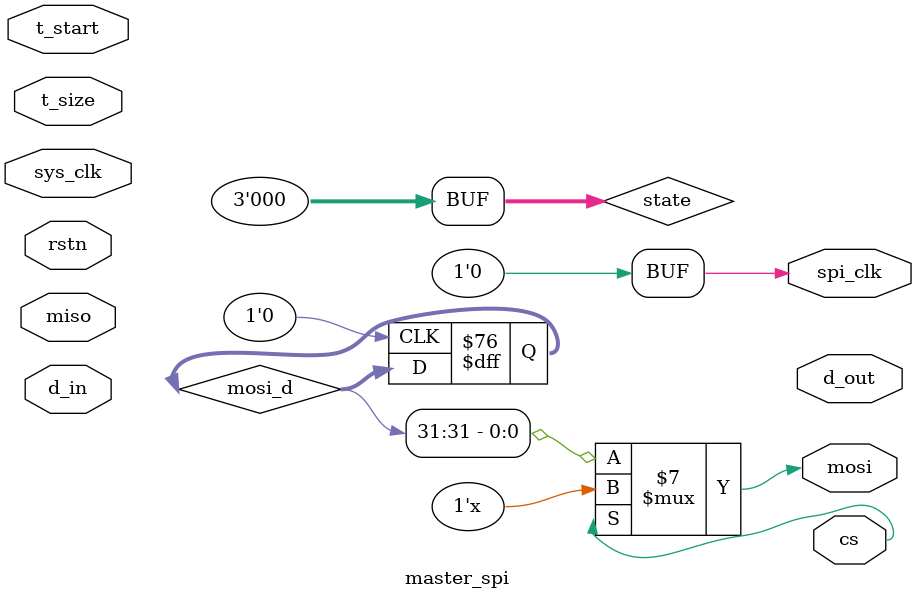
<source format=sv>
`timescale 1ns / 1ps

module master_spi
#(
    parameter reg_width = 32,
    parameter counter_width = $clog2(reg_width),
    parameter reset = 0, idle = 1, load = 2, transact = 3, unload = 4
)
(
    // System Side
    input rstn,
    input sys_clk,
    input t_start, 
    input [reg_width-1:0] d_in,
    input [counter_width:0] t_size,
    output logic [reg_width-1:0] d_out,

    // SPI Side
    input miso, 
    output logic mosi,
    output logic spi_clk,
    output logic cs
);

logic [reg_width-1:0] mosi_d;
logic [reg_width-1:0] miso_d;
logic [counter_width:0] count;
logic [2:0] state;

always @(state) begin
    case (state)
        reset: begin
            d_out <= 0;
            miso_d <= 0;
            mosi_d <= 0;
            count <= 0;
            cs <= 1;
        end
        idle: begin
            d_out <= d_out;
            miso_d <= 0;
            mosi_d <= 0;
            count <= 0;
            cs <= 1;
        end
        load: begin
            d_out <= d_out;
            miso_d <= 0;
            mosi_d <= d_in;
            count <= t_size;
            cs <= 0;
        end
        transact: begin
            cs <= 0;
        end
        unload: begin
            d_out <= miso_d;
            miso_d <= 0;
            mosi_d <= 0;
            count <= count;
            cs <= 0;
        end
        default: state = reset;
    endcase
end

always @(posedge sys_clk) begin
    if (!rstn)
        state = reset;
    else
        case (state)
            reset:
                state = idle;
            idle:
                if (t_start)
                    state = load;
            load:
                if (count != 0)
                    state = transact;
                else
                    state = reset;
            transact:
                if (count != 0)
                    state = transact;
                else
                    state = unload;
            unload:
                if (t_start)
                    state = load;
                else
                    state = idle;
        endcase
end

assign mosi = ( ~cs ) ? mosi_d[reg_width-1] : 1'bz;
assign spi_clk = ( state == transact ) ? sys_clk : 1'b0;

always @(posedge spi_clk) begin
    if ( state == transact )
        miso_d <= {miso_d[reg_width-2:0], miso};
end

always @(negedge spi_clk) begin
    if ( state == transact ) begin
        mosi_d <= {mosi_d[reg_width-2:0], 1'b0};
        count <= count-1;
    end
end

endmodule

</source>
